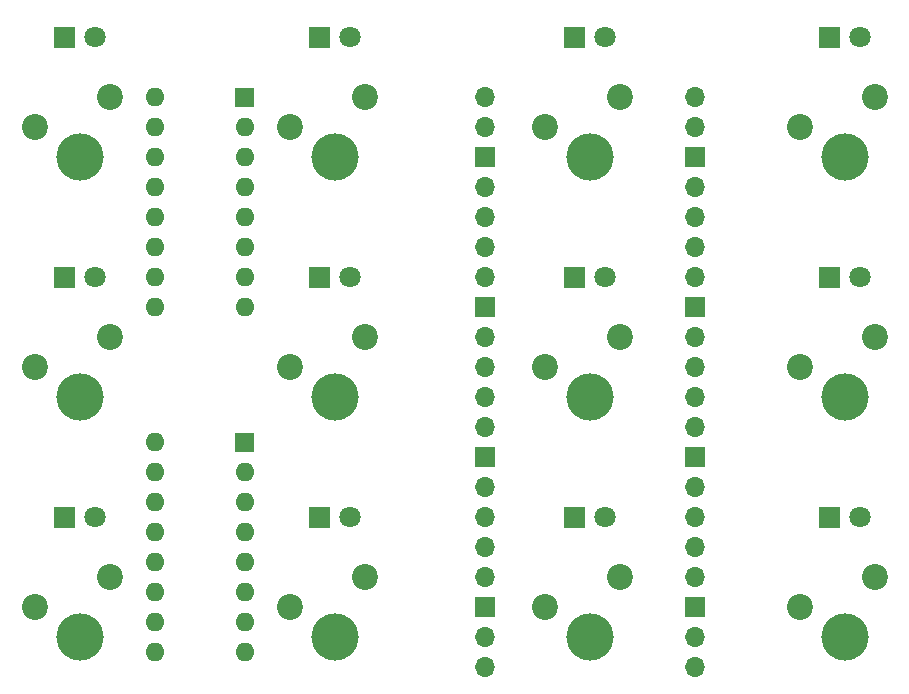
<source format=gbr>
%TF.GenerationSoftware,KiCad,Pcbnew,(5.1.9)-1*%
%TF.CreationDate,2021-02-21T16:58:34+00:00*%
%TF.ProjectId,PicoProducer,5069636f-5072-46f6-9475-6365722e6b69,rev?*%
%TF.SameCoordinates,Original*%
%TF.FileFunction,Soldermask,Top*%
%TF.FilePolarity,Negative*%
%FSLAX46Y46*%
G04 Gerber Fmt 4.6, Leading zero omitted, Abs format (unit mm)*
G04 Created by KiCad (PCBNEW (5.1.9)-1) date 2021-02-21 16:58:34*
%MOMM*%
%LPD*%
G01*
G04 APERTURE LIST*
%ADD10C,1.800102*%
%ADD11O,1.600102X1.600102*%
%ADD12C,4.000102*%
%ADD13C,2.200102*%
%ADD14O,1.700102X1.700102*%
G04 APERTURE END LIST*
D10*
%TO.C,D1*%
X33020000Y-25400000D03*
G36*
G01*
X29579949Y-26300000D02*
X29579949Y-24500000D01*
G75*
G02*
X29580000Y-24499949I51J0D01*
G01*
X31380000Y-24499949D01*
G75*
G02*
X31380051Y-24500000I0J-51D01*
G01*
X31380051Y-26300000D01*
G75*
G02*
X31380000Y-26300051I-51J0D01*
G01*
X29580000Y-26300051D01*
G75*
G02*
X29579949Y-26300000I0J51D01*
G01*
G37*
%TD*%
%TO.C,D2*%
X54610000Y-25400000D03*
G36*
G01*
X51169949Y-26300000D02*
X51169949Y-24500000D01*
G75*
G02*
X51170000Y-24499949I51J0D01*
G01*
X52970000Y-24499949D01*
G75*
G02*
X52970051Y-24500000I0J-51D01*
G01*
X52970051Y-26300000D01*
G75*
G02*
X52970000Y-26300051I-51J0D01*
G01*
X51170000Y-26300051D01*
G75*
G02*
X51169949Y-26300000I0J51D01*
G01*
G37*
%TD*%
%TO.C,D3*%
X76200000Y-25400000D03*
G36*
G01*
X72759949Y-26300000D02*
X72759949Y-24500000D01*
G75*
G02*
X72760000Y-24499949I51J0D01*
G01*
X74560000Y-24499949D01*
G75*
G02*
X74560051Y-24500000I0J-51D01*
G01*
X74560051Y-26300000D01*
G75*
G02*
X74560000Y-26300051I-51J0D01*
G01*
X72760000Y-26300051D01*
G75*
G02*
X72759949Y-26300000I0J51D01*
G01*
G37*
%TD*%
%TO.C,D4*%
X97790000Y-25400000D03*
G36*
G01*
X94349949Y-26300000D02*
X94349949Y-24500000D01*
G75*
G02*
X94350000Y-24499949I51J0D01*
G01*
X96150000Y-24499949D01*
G75*
G02*
X96150051Y-24500000I0J-51D01*
G01*
X96150051Y-26300000D01*
G75*
G02*
X96150000Y-26300051I-51J0D01*
G01*
X94350000Y-26300051D01*
G75*
G02*
X94349949Y-26300000I0J51D01*
G01*
G37*
%TD*%
%TO.C,D5*%
X33020000Y-45720000D03*
G36*
G01*
X29579949Y-46620000D02*
X29579949Y-44820000D01*
G75*
G02*
X29580000Y-44819949I51J0D01*
G01*
X31380000Y-44819949D01*
G75*
G02*
X31380051Y-44820000I0J-51D01*
G01*
X31380051Y-46620000D01*
G75*
G02*
X31380000Y-46620051I-51J0D01*
G01*
X29580000Y-46620051D01*
G75*
G02*
X29579949Y-46620000I0J51D01*
G01*
G37*
%TD*%
%TO.C,D6*%
X54610000Y-45720000D03*
G36*
G01*
X51169949Y-46620000D02*
X51169949Y-44820000D01*
G75*
G02*
X51170000Y-44819949I51J0D01*
G01*
X52970000Y-44819949D01*
G75*
G02*
X52970051Y-44820000I0J-51D01*
G01*
X52970051Y-46620000D01*
G75*
G02*
X52970000Y-46620051I-51J0D01*
G01*
X51170000Y-46620051D01*
G75*
G02*
X51169949Y-46620000I0J51D01*
G01*
G37*
%TD*%
%TO.C,D7*%
X76200000Y-45720000D03*
G36*
G01*
X72759949Y-46620000D02*
X72759949Y-44820000D01*
G75*
G02*
X72760000Y-44819949I51J0D01*
G01*
X74560000Y-44819949D01*
G75*
G02*
X74560051Y-44820000I0J-51D01*
G01*
X74560051Y-46620000D01*
G75*
G02*
X74560000Y-46620051I-51J0D01*
G01*
X72760000Y-46620051D01*
G75*
G02*
X72759949Y-46620000I0J51D01*
G01*
G37*
%TD*%
%TO.C,D8*%
X97790000Y-45720000D03*
G36*
G01*
X94349949Y-46620000D02*
X94349949Y-44820000D01*
G75*
G02*
X94350000Y-44819949I51J0D01*
G01*
X96150000Y-44819949D01*
G75*
G02*
X96150051Y-44820000I0J-51D01*
G01*
X96150051Y-46620000D01*
G75*
G02*
X96150000Y-46620051I-51J0D01*
G01*
X94350000Y-46620051D01*
G75*
G02*
X94349949Y-46620000I0J51D01*
G01*
G37*
%TD*%
%TO.C,D9*%
G36*
G01*
X29579949Y-66940000D02*
X29579949Y-65140000D01*
G75*
G02*
X29580000Y-65139949I51J0D01*
G01*
X31380000Y-65139949D01*
G75*
G02*
X31380051Y-65140000I0J-51D01*
G01*
X31380051Y-66940000D01*
G75*
G02*
X31380000Y-66940051I-51J0D01*
G01*
X29580000Y-66940051D01*
G75*
G02*
X29579949Y-66940000I0J51D01*
G01*
G37*
X33020000Y-66040000D03*
%TD*%
%TO.C,D10*%
G36*
G01*
X51169949Y-66940000D02*
X51169949Y-65140000D01*
G75*
G02*
X51170000Y-65139949I51J0D01*
G01*
X52970000Y-65139949D01*
G75*
G02*
X52970051Y-65140000I0J-51D01*
G01*
X52970051Y-66940000D01*
G75*
G02*
X52970000Y-66940051I-51J0D01*
G01*
X51170000Y-66940051D01*
G75*
G02*
X51169949Y-66940000I0J51D01*
G01*
G37*
X54610000Y-66040000D03*
%TD*%
%TO.C,D11*%
G36*
G01*
X72759949Y-66940000D02*
X72759949Y-65140000D01*
G75*
G02*
X72760000Y-65139949I51J0D01*
G01*
X74560000Y-65139949D01*
G75*
G02*
X74560051Y-65140000I0J-51D01*
G01*
X74560051Y-66940000D01*
G75*
G02*
X74560000Y-66940051I-51J0D01*
G01*
X72760000Y-66940051D01*
G75*
G02*
X72759949Y-66940000I0J51D01*
G01*
G37*
X76200000Y-66040000D03*
%TD*%
%TO.C,D12*%
G36*
G01*
X94349949Y-66940000D02*
X94349949Y-65140000D01*
G75*
G02*
X94350000Y-65139949I51J0D01*
G01*
X96150000Y-65139949D01*
G75*
G02*
X96150051Y-65140000I0J-51D01*
G01*
X96150051Y-66940000D01*
G75*
G02*
X96150000Y-66940051I-51J0D01*
G01*
X94350000Y-66940051D01*
G75*
G02*
X94349949Y-66940000I0J51D01*
G01*
G37*
X97790000Y-66040000D03*
%TD*%
D11*
%TO.C,RN1*%
X38100000Y-30480000D03*
X45720000Y-48260000D03*
X38100000Y-33020000D03*
X45720000Y-45720000D03*
X38100000Y-35560000D03*
X45720000Y-43180000D03*
X38100000Y-38100000D03*
X45720000Y-40640000D03*
X38100000Y-40640000D03*
X45720000Y-38100000D03*
X38100000Y-43180000D03*
X45720000Y-35560000D03*
X38100000Y-45720000D03*
X45720000Y-33020000D03*
X38100000Y-48260000D03*
G36*
G01*
X46520051Y-29680000D02*
X46520051Y-31280000D01*
G75*
G02*
X46520000Y-31280051I-51J0D01*
G01*
X44920000Y-31280051D01*
G75*
G02*
X44919949Y-31280000I0J51D01*
G01*
X44919949Y-29680000D01*
G75*
G02*
X44920000Y-29679949I51J0D01*
G01*
X46520000Y-29679949D01*
G75*
G02*
X46520051Y-29680000I0J-51D01*
G01*
G37*
%TD*%
%TO.C,RN2*%
X38100000Y-59690000D03*
X45720000Y-77470000D03*
X38100000Y-62230000D03*
X45720000Y-74930000D03*
X38100000Y-64770000D03*
X45720000Y-72390000D03*
X38100000Y-67310000D03*
X45720000Y-69850000D03*
X38100000Y-69850000D03*
X45720000Y-67310000D03*
X38100000Y-72390000D03*
X45720000Y-64770000D03*
X38100000Y-74930000D03*
X45720000Y-62230000D03*
X38100000Y-77470000D03*
G36*
G01*
X46520051Y-58890000D02*
X46520051Y-60490000D01*
G75*
G02*
X46520000Y-60490051I-51J0D01*
G01*
X44920000Y-60490051D01*
G75*
G02*
X44919949Y-60490000I0J51D01*
G01*
X44919949Y-58890000D01*
G75*
G02*
X44920000Y-58889949I51J0D01*
G01*
X46520000Y-58889949D01*
G75*
G02*
X46520051Y-58890000I0J-51D01*
G01*
G37*
%TD*%
D12*
%TO.C,SW1*%
X31750000Y-35560000D03*
D13*
X27940000Y-33020000D03*
X34290000Y-30480000D03*
%TD*%
D12*
%TO.C,SW2*%
X53340000Y-35560000D03*
D13*
X49530000Y-33020000D03*
X55880000Y-30480000D03*
%TD*%
D12*
%TO.C,SW3*%
X74930000Y-35560000D03*
D13*
X71120000Y-33020000D03*
X77470000Y-30480000D03*
%TD*%
D12*
%TO.C,SW4*%
X96520000Y-35560000D03*
D13*
X92710000Y-33020000D03*
X99060000Y-30480000D03*
%TD*%
D12*
%TO.C,SW5*%
X31750000Y-55880000D03*
D13*
X27940000Y-53340000D03*
X34290000Y-50800000D03*
%TD*%
D12*
%TO.C,SW6*%
X53340000Y-55880000D03*
D13*
X49530000Y-53340000D03*
X55880000Y-50800000D03*
%TD*%
%TO.C,SW7*%
X77470000Y-50800000D03*
X71120000Y-53340000D03*
D12*
X74930000Y-55880000D03*
%TD*%
%TO.C,SW8*%
X96520000Y-55880000D03*
D13*
X92710000Y-53340000D03*
X99060000Y-50800000D03*
%TD*%
%TO.C,SW9*%
X34290000Y-71120000D03*
X27940000Y-73660000D03*
D12*
X31750000Y-76200000D03*
%TD*%
D13*
%TO.C,SW10*%
X55880000Y-71120000D03*
X49530000Y-73660000D03*
D12*
X53340000Y-76200000D03*
%TD*%
%TO.C,SW11*%
X74930000Y-76200000D03*
D13*
X71120000Y-73660000D03*
X77470000Y-71120000D03*
%TD*%
%TO.C,SW12*%
X99060000Y-71120000D03*
X92710000Y-73660000D03*
D12*
X96520000Y-76200000D03*
%TD*%
D14*
%TO.C,U$1*%
X66040000Y-30480000D03*
X66040000Y-33020000D03*
G36*
G01*
X66890051Y-34710000D02*
X66890051Y-36410000D01*
G75*
G02*
X66890000Y-36410051I-51J0D01*
G01*
X65190000Y-36410051D01*
G75*
G02*
X65189949Y-36410000I0J51D01*
G01*
X65189949Y-34710000D01*
G75*
G02*
X65190000Y-34709949I51J0D01*
G01*
X66890000Y-34709949D01*
G75*
G02*
X66890051Y-34710000I0J-51D01*
G01*
G37*
X66040000Y-38100000D03*
X66040000Y-40640000D03*
X66040000Y-43180000D03*
X66040000Y-45720000D03*
G36*
G01*
X66890051Y-47410000D02*
X66890051Y-49110000D01*
G75*
G02*
X66890000Y-49110051I-51J0D01*
G01*
X65190000Y-49110051D01*
G75*
G02*
X65189949Y-49110000I0J51D01*
G01*
X65189949Y-47410000D01*
G75*
G02*
X65190000Y-47409949I51J0D01*
G01*
X66890000Y-47409949D01*
G75*
G02*
X66890051Y-47410000I0J-51D01*
G01*
G37*
X66040000Y-50800000D03*
X66040000Y-53340000D03*
X66040000Y-55880000D03*
X66040000Y-58420000D03*
G36*
G01*
X66890051Y-60110000D02*
X66890051Y-61810000D01*
G75*
G02*
X66890000Y-61810051I-51J0D01*
G01*
X65190000Y-61810051D01*
G75*
G02*
X65189949Y-61810000I0J51D01*
G01*
X65189949Y-60110000D01*
G75*
G02*
X65190000Y-60109949I51J0D01*
G01*
X66890000Y-60109949D01*
G75*
G02*
X66890051Y-60110000I0J-51D01*
G01*
G37*
X66040000Y-63500000D03*
X66040000Y-66040000D03*
X66040000Y-68580000D03*
X66040000Y-71120000D03*
G36*
G01*
X66890051Y-72810000D02*
X66890051Y-74510000D01*
G75*
G02*
X66890000Y-74510051I-51J0D01*
G01*
X65190000Y-74510051D01*
G75*
G02*
X65189949Y-74510000I0J51D01*
G01*
X65189949Y-72810000D01*
G75*
G02*
X65190000Y-72809949I51J0D01*
G01*
X66890000Y-72809949D01*
G75*
G02*
X66890051Y-72810000I0J-51D01*
G01*
G37*
X66040000Y-76200000D03*
X66040000Y-78740000D03*
X83820000Y-78740000D03*
X83820000Y-76200000D03*
G36*
G01*
X84670051Y-72810000D02*
X84670051Y-74510000D01*
G75*
G02*
X84670000Y-74510051I-51J0D01*
G01*
X82970000Y-74510051D01*
G75*
G02*
X82969949Y-74510000I0J51D01*
G01*
X82969949Y-72810000D01*
G75*
G02*
X82970000Y-72809949I51J0D01*
G01*
X84670000Y-72809949D01*
G75*
G02*
X84670051Y-72810000I0J-51D01*
G01*
G37*
X83820000Y-71120000D03*
X83820000Y-68580000D03*
X83820000Y-66040000D03*
X83820000Y-63500000D03*
G36*
G01*
X84670051Y-60110000D02*
X84670051Y-61810000D01*
G75*
G02*
X84670000Y-61810051I-51J0D01*
G01*
X82970000Y-61810051D01*
G75*
G02*
X82969949Y-61810000I0J51D01*
G01*
X82969949Y-60110000D01*
G75*
G02*
X82970000Y-60109949I51J0D01*
G01*
X84670000Y-60109949D01*
G75*
G02*
X84670051Y-60110000I0J-51D01*
G01*
G37*
X83820000Y-58420000D03*
X83820000Y-55880000D03*
X83820000Y-53340000D03*
X83820000Y-50800000D03*
G36*
G01*
X84670051Y-47410000D02*
X84670051Y-49110000D01*
G75*
G02*
X84670000Y-49110051I-51J0D01*
G01*
X82970000Y-49110051D01*
G75*
G02*
X82969949Y-49110000I0J51D01*
G01*
X82969949Y-47410000D01*
G75*
G02*
X82970000Y-47409949I51J0D01*
G01*
X84670000Y-47409949D01*
G75*
G02*
X84670051Y-47410000I0J-51D01*
G01*
G37*
X83820000Y-45720000D03*
X83820000Y-43180000D03*
X83820000Y-40640000D03*
X83820000Y-38100000D03*
G36*
G01*
X84670051Y-34710000D02*
X84670051Y-36410000D01*
G75*
G02*
X84670000Y-36410051I-51J0D01*
G01*
X82970000Y-36410051D01*
G75*
G02*
X82969949Y-36410000I0J51D01*
G01*
X82969949Y-34710000D01*
G75*
G02*
X82970000Y-34709949I51J0D01*
G01*
X84670000Y-34709949D01*
G75*
G02*
X84670051Y-34710000I0J-51D01*
G01*
G37*
X83820000Y-33020000D03*
X83820000Y-30480000D03*
%TD*%
M02*

</source>
